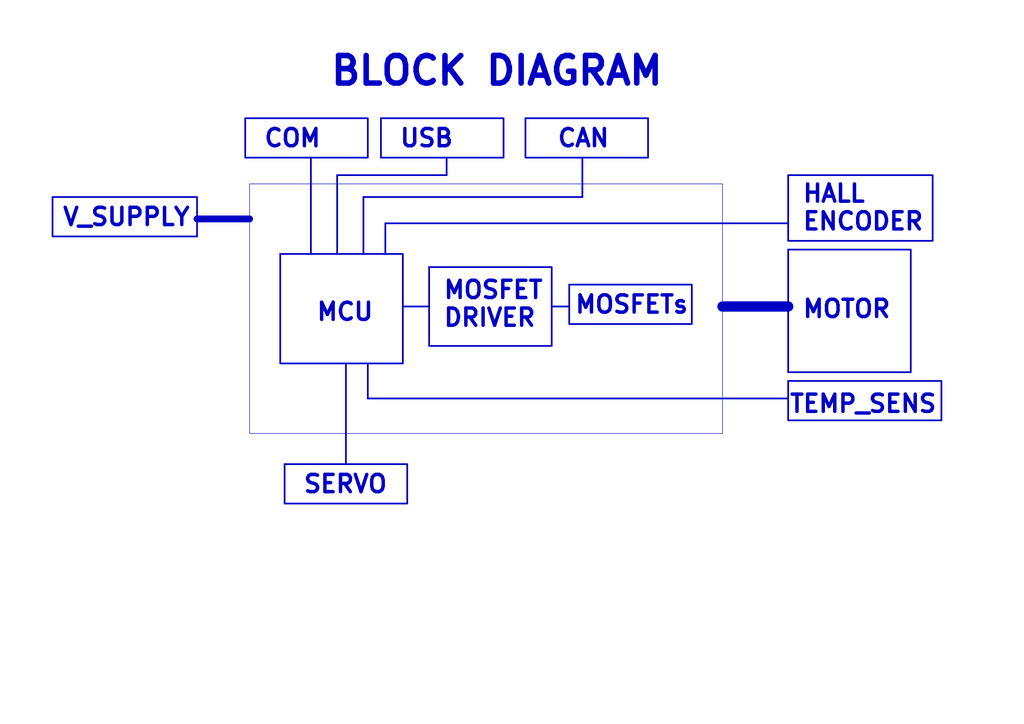
<source format=kicad_sch>
(kicad_sch (version 20230121) (generator eeschema)
  (paper "A4")
  (lib_symbols)
  (polyline (pts (xy 105.41 57.15) (xy 168.91 57.15)) (stroke (width 0.5)))
  (polyline (pts (xy 116.84 88.9) (xy 124.46 88.9)) (stroke (width 0.5)))
  (polyline (pts (xy 100.33 105.41) (xy 100.33 134.62)) (stroke (width 0.5)))
  (polyline (pts (xy 129.54 45.72) (xy 129.54 50.8)) (stroke (width 0.5)))
  (polyline (pts (xy 97.79 50.8) (xy 129.54 50.8)) (stroke (width 0.5)))
  (polyline (pts (xy 111.76 73.66) (xy 111.76 64.77)) (stroke (width 0.5)))
  (polyline (pts (xy 57.15 63.5) (xy 72.39 63.5)) (stroke (width 2)))
  (polyline (pts (xy 97.79 73.66) (xy 97.79 50.8)) (stroke (width 0.5)))
  (polyline (pts (xy 105.41 73.66) (xy 105.41 57.15)) (stroke (width 0.5)))
  (polyline (pts (xy 106.68 105.41) (xy 106.68 115.57)) (stroke (width 0.5)))
  (polyline (pts (xy 121.92 88.9) (xy 124.46 88.9)))
  (polyline (pts (xy 209.55 88.9) (xy 228.6 88.9)) (stroke (width 3)))
  (polyline (pts (xy 168.91 45.72) (xy 168.91 57.15)) (stroke (width 0.5)))
  (polyline (pts (xy 160.02 88.9) (xy 165.1 88.9)) (stroke (width 0.5)))
  (polyline (pts (xy 228.6 115.57) (xy 106.68 115.57)) (stroke (width 0.5)))
  (polyline (pts (xy 111.76 64.77) (xy 228.6 64.77)) (stroke (width 0.5)))
  (polyline (pts (xy 90.17 45.72) (xy 90.17 73.66)) (stroke (width 0.5)))
  (rectangle (start 81.28 73.66) (end 116.84 105.41) (stroke (width 0.5)))
  (rectangle (start 124.46 77.47) (end 160.02 100.33) (stroke (width 0.5)))
  (rectangle (start 15.24 57.15) (end 57.15 68.58) (stroke (width 0.5)))
  (rectangle (start 152.4 34.29) (end 187.96 45.72) (stroke (width 0.5)))
  (rectangle (start 71.12 34.29) (end 106.68 45.72) (stroke (width 0.5)))
  (rectangle (start 82.55 134.62) (end 118.11 146.05) (stroke (width 0.5)))
  (rectangle (start 228.6 72.39) (end 264.16 107.95) (stroke (width 0.5)))
  (rectangle (start 228.6 110.49) (end 273.05 121.92) (stroke (width 0.5)))
  (rectangle (start 228.6 50.8) (end 270.51 69.85) (stroke (width 0.5)))
  (rectangle (start 110.49 34.29) (end 146.05 45.72) (stroke (width 0.5)))
  (rectangle (start 165.1 82.55) (end 200.66 93.98) (stroke (width 0.5)))
  (rectangle (start 72.39 53.34) (end 209.55 125.73))
  (text "MOSFET \nDRIVER\n" (at 128.27 95.25 0) (effects (font (size 5 5) bold) (justify left bottom)))
  (text "TEMP_SENS\n\n" (at 228.6 128.27 0) (effects (font (size 5 5) bold) (justify left bottom)))
  (text "V_SUPPLY" (at 17.78 66.04 0) (effects (font (size 5 5) bold) (justify left bottom)))
  (text "HALL\nENCODER" (at 232.41 67.31 0) (effects (font (size 5 5) bold) (justify left bottom)))
  (text "MOSFETs\n" (at 166.37 91.44 0) (effects (font (size 5 5) bold) (justify left bottom)))
  (text "MOTOR\n" (at 232.41 92.71 0) (effects (font (size 5 5) bold) (justify left bottom)))
  (text "MCU\n\n" (at 91.44 101.6 0) (effects (font (size 5 5) bold) (justify left bottom)))
  (text "CAN" (at 161.29 43.18 0) (effects (font (size 5 5) bold) (justify left bottom)))
  (text "BLOCK DIAGRAM" (at 95.25 25.4 0) (effects (font (size 8 8) (thickness 1.6) bold) (justify left bottom)))
  (text "SERVO" (at 87.63 143.51 0) (effects (font (size 5 5) bold) (justify left bottom)))
  (text "USB" (at 115.57 43.18 0) (effects (font (size 5 5) bold) (justify left bottom)))
  (text "COM" (at 76.2 43.18 0) (effects (font (size 5 5) bold) (justify left bottom)))
)
</source>
